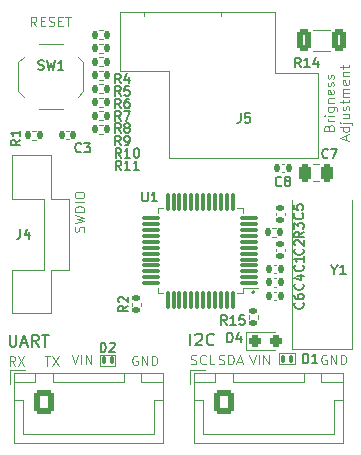
<source format=gto>
G04 #@! TF.GenerationSoftware,KiCad,Pcbnew,(6.0.2-0)*
G04 #@! TF.CreationDate,2022-09-17T18:07:10+02:00*
G04 #@! TF.ProjectId,ER-TFT1_69-1 Adapter,45522d54-4654-4315-9f36-392d31204164,rev?*
G04 #@! TF.SameCoordinates,Original*
G04 #@! TF.FileFunction,Legend,Top*
G04 #@! TF.FilePolarity,Positive*
%FSLAX46Y46*%
G04 Gerber Fmt 4.6, Leading zero omitted, Abs format (unit mm)*
G04 Created by KiCad (PCBNEW (6.0.2-0)) date 2022-09-17 18:07:10*
%MOMM*%
%LPD*%
G01*
G04 APERTURE LIST*
G04 Aperture macros list*
%AMRoundRect*
0 Rectangle with rounded corners*
0 $1 Rounding radius*
0 $2 $3 $4 $5 $6 $7 $8 $9 X,Y pos of 4 corners*
0 Add a 4 corners polygon primitive as box body*
4,1,4,$2,$3,$4,$5,$6,$7,$8,$9,$2,$3,0*
0 Add four circle primitives for the rounded corners*
1,1,$1+$1,$2,$3*
1,1,$1+$1,$4,$5*
1,1,$1+$1,$6,$7*
1,1,$1+$1,$8,$9*
0 Add four rect primitives between the rounded corners*
20,1,$1+$1,$2,$3,$4,$5,0*
20,1,$1+$1,$4,$5,$6,$7,0*
20,1,$1+$1,$6,$7,$8,$9,0*
20,1,$1+$1,$8,$9,$2,$3,0*%
G04 Aperture macros list end*
%ADD10C,0.150000*%
%ADD11C,0.120000*%
%ADD12RoundRect,0.135000X-0.135000X-0.185000X0.135000X-0.185000X0.135000X0.185000X-0.135000X0.185000X0*%
%ADD13RoundRect,0.135000X0.135000X0.185000X-0.135000X0.185000X-0.135000X-0.185000X0.135000X-0.185000X0*%
%ADD14R,2.000000X4.500000*%
%ADD15RoundRect,0.250000X-0.325000X-0.650000X0.325000X-0.650000X0.325000X0.650000X-0.325000X0.650000X0*%
%ADD16R,0.350000X2.000000*%
%ADD17RoundRect,0.135000X-0.185000X0.135000X-0.185000X-0.135000X0.185000X-0.135000X0.185000X0.135000X0*%
%ADD18RoundRect,0.250000X-0.600000X-0.725000X0.600000X-0.725000X0.600000X0.725000X-0.600000X0.725000X0*%
%ADD19O,1.700000X1.950000*%
%ADD20RoundRect,0.140000X-0.140000X-0.170000X0.140000X-0.170000X0.140000X0.170000X-0.140000X0.170000X0*%
%ADD21RoundRect,0.140000X0.140000X0.170000X-0.140000X0.170000X-0.140000X-0.170000X0.140000X-0.170000X0*%
%ADD22RoundRect,0.140000X0.170000X-0.140000X0.170000X0.140000X-0.170000X0.140000X-0.170000X-0.140000X0*%
%ADD23RoundRect,0.100000X0.100000X0.250000X-0.100000X0.250000X-0.100000X-0.250000X0.100000X-0.250000X0*%
%ADD24RoundRect,0.237500X-0.287500X-0.237500X0.287500X-0.237500X0.287500X0.237500X-0.287500X0.237500X0*%
%ADD25RoundRect,0.250000X-0.250000X-0.475000X0.250000X-0.475000X0.250000X0.475000X-0.250000X0.475000X0*%
%ADD26R,3.000000X3.000000*%
%ADD27R,1.800000X0.600000*%
%ADD28R,1.000000X1.700000*%
%ADD29RoundRect,0.075000X0.662500X0.075000X-0.662500X0.075000X-0.662500X-0.075000X0.662500X-0.075000X0*%
%ADD30RoundRect,0.075000X0.075000X0.662500X-0.075000X0.662500X-0.075000X-0.662500X0.075000X-0.662500X0*%
G04 APERTURE END LIST*
D10*
X131111803Y-103850000D02*
G75*
G03*
X131111803Y-103850000I-111803J0D01*
G01*
D11*
X125697619Y-109923809D02*
X125811904Y-109961904D01*
X126002380Y-109961904D01*
X126078571Y-109923809D01*
X126116666Y-109885714D01*
X126154761Y-109809523D01*
X126154761Y-109733333D01*
X126116666Y-109657142D01*
X126078571Y-109619047D01*
X126002380Y-109580952D01*
X125850000Y-109542857D01*
X125773809Y-109504761D01*
X125735714Y-109466666D01*
X125697619Y-109390476D01*
X125697619Y-109314285D01*
X125735714Y-109238095D01*
X125773809Y-109200000D01*
X125850000Y-109161904D01*
X126040476Y-109161904D01*
X126154761Y-109200000D01*
X126954761Y-109885714D02*
X126916666Y-109923809D01*
X126802380Y-109961904D01*
X126726190Y-109961904D01*
X126611904Y-109923809D01*
X126535714Y-109847619D01*
X126497619Y-109771428D01*
X126459523Y-109619047D01*
X126459523Y-109504761D01*
X126497619Y-109352380D01*
X126535714Y-109276190D01*
X126611904Y-109200000D01*
X126726190Y-109161904D01*
X126802380Y-109161904D01*
X126916666Y-109200000D01*
X126954761Y-109238095D01*
X127678571Y-109961904D02*
X127297619Y-109961904D01*
X127297619Y-109161904D01*
D10*
X110354761Y-107452380D02*
X110354761Y-108261904D01*
X110402380Y-108357142D01*
X110450000Y-108404761D01*
X110545238Y-108452380D01*
X110735714Y-108452380D01*
X110830952Y-108404761D01*
X110878571Y-108357142D01*
X110926190Y-108261904D01*
X110926190Y-107452380D01*
X111354761Y-108166666D02*
X111830952Y-108166666D01*
X111259523Y-108452380D02*
X111592857Y-107452380D01*
X111926190Y-108452380D01*
X112830952Y-108452380D02*
X112497619Y-107976190D01*
X112259523Y-108452380D02*
X112259523Y-107452380D01*
X112640476Y-107452380D01*
X112735714Y-107500000D01*
X112783333Y-107547619D01*
X112830952Y-107642857D01*
X112830952Y-107785714D01*
X112783333Y-107880952D01*
X112735714Y-107928571D01*
X112640476Y-107976190D01*
X112259523Y-107976190D01*
X113116666Y-107452380D02*
X113688095Y-107452380D01*
X113402380Y-108452380D02*
X113402380Y-107452380D01*
D11*
X121190476Y-109250000D02*
X121114285Y-109211904D01*
X121000000Y-109211904D01*
X120885714Y-109250000D01*
X120809523Y-109326190D01*
X120771428Y-109402380D01*
X120733333Y-109554761D01*
X120733333Y-109669047D01*
X120771428Y-109821428D01*
X120809523Y-109897619D01*
X120885714Y-109973809D01*
X121000000Y-110011904D01*
X121076190Y-110011904D01*
X121190476Y-109973809D01*
X121228571Y-109935714D01*
X121228571Y-109669047D01*
X121076190Y-109669047D01*
X121571428Y-110011904D02*
X121571428Y-109211904D01*
X122028571Y-110011904D01*
X122028571Y-109211904D01*
X122409523Y-110011904D02*
X122409523Y-109211904D01*
X122600000Y-109211904D01*
X122714285Y-109250000D01*
X122790476Y-109326190D01*
X122828571Y-109402380D01*
X122866666Y-109554761D01*
X122866666Y-109669047D01*
X122828571Y-109821428D01*
X122790476Y-109897619D01*
X122714285Y-109973809D01*
X122600000Y-110011904D01*
X122409523Y-110011904D01*
X128078571Y-109923809D02*
X128192857Y-109961904D01*
X128383333Y-109961904D01*
X128459523Y-109923809D01*
X128497619Y-109885714D01*
X128535714Y-109809523D01*
X128535714Y-109733333D01*
X128497619Y-109657142D01*
X128459523Y-109619047D01*
X128383333Y-109580952D01*
X128230952Y-109542857D01*
X128154761Y-109504761D01*
X128116666Y-109466666D01*
X128078571Y-109390476D01*
X128078571Y-109314285D01*
X128116666Y-109238095D01*
X128154761Y-109200000D01*
X128230952Y-109161904D01*
X128421428Y-109161904D01*
X128535714Y-109200000D01*
X128878571Y-109961904D02*
X128878571Y-109161904D01*
X129069047Y-109161904D01*
X129183333Y-109200000D01*
X129259523Y-109276190D01*
X129297619Y-109352380D01*
X129335714Y-109504761D01*
X129335714Y-109619047D01*
X129297619Y-109771428D01*
X129259523Y-109847619D01*
X129183333Y-109923809D01*
X129069047Y-109961904D01*
X128878571Y-109961904D01*
X129640476Y-109733333D02*
X130021428Y-109733333D01*
X129564285Y-109961904D02*
X129830952Y-109161904D01*
X130097619Y-109961904D01*
X112638095Y-81311904D02*
X112371428Y-80930952D01*
X112180952Y-81311904D02*
X112180952Y-80511904D01*
X112485714Y-80511904D01*
X112561904Y-80550000D01*
X112600000Y-80588095D01*
X112638095Y-80664285D01*
X112638095Y-80778571D01*
X112600000Y-80854761D01*
X112561904Y-80892857D01*
X112485714Y-80930952D01*
X112180952Y-80930952D01*
X112980952Y-80892857D02*
X113247619Y-80892857D01*
X113361904Y-81311904D02*
X112980952Y-81311904D01*
X112980952Y-80511904D01*
X113361904Y-80511904D01*
X113666666Y-81273809D02*
X113780952Y-81311904D01*
X113971428Y-81311904D01*
X114047619Y-81273809D01*
X114085714Y-81235714D01*
X114123809Y-81159523D01*
X114123809Y-81083333D01*
X114085714Y-81007142D01*
X114047619Y-80969047D01*
X113971428Y-80930952D01*
X113819047Y-80892857D01*
X113742857Y-80854761D01*
X113704761Y-80816666D01*
X113666666Y-80740476D01*
X113666666Y-80664285D01*
X113704761Y-80588095D01*
X113742857Y-80550000D01*
X113819047Y-80511904D01*
X114009523Y-80511904D01*
X114123809Y-80550000D01*
X114466666Y-80892857D02*
X114733333Y-80892857D01*
X114847619Y-81311904D02*
X114466666Y-81311904D01*
X114466666Y-80511904D01*
X114847619Y-80511904D01*
X115076190Y-80511904D02*
X115533333Y-80511904D01*
X115304761Y-81311904D02*
X115304761Y-80511904D01*
X130673809Y-109161904D02*
X130940476Y-109961904D01*
X131207142Y-109161904D01*
X131473809Y-109961904D02*
X131473809Y-109161904D01*
X131854761Y-109961904D02*
X131854761Y-109161904D01*
X132311904Y-109961904D01*
X132311904Y-109161904D01*
X115623809Y-109161904D02*
X115890476Y-109961904D01*
X116157142Y-109161904D01*
X116423809Y-109961904D02*
X116423809Y-109161904D01*
X116804761Y-109961904D02*
X116804761Y-109161904D01*
X117261904Y-109961904D01*
X117261904Y-109161904D01*
X137398857Y-89920238D02*
X137436952Y-89805952D01*
X137475047Y-89767857D01*
X137551238Y-89729761D01*
X137665523Y-89729761D01*
X137741714Y-89767857D01*
X137779809Y-89805952D01*
X137817904Y-89882142D01*
X137817904Y-90186904D01*
X137017904Y-90186904D01*
X137017904Y-89920238D01*
X137056000Y-89844047D01*
X137094095Y-89805952D01*
X137170285Y-89767857D01*
X137246476Y-89767857D01*
X137322666Y-89805952D01*
X137360761Y-89844047D01*
X137398857Y-89920238D01*
X137398857Y-90186904D01*
X137817904Y-89386904D02*
X137284571Y-89386904D01*
X137436952Y-89386904D02*
X137360761Y-89348809D01*
X137322666Y-89310714D01*
X137284571Y-89234523D01*
X137284571Y-89158333D01*
X137817904Y-88891666D02*
X137284571Y-88891666D01*
X137017904Y-88891666D02*
X137056000Y-88929761D01*
X137094095Y-88891666D01*
X137056000Y-88853571D01*
X137017904Y-88891666D01*
X137094095Y-88891666D01*
X137284571Y-88167857D02*
X137932190Y-88167857D01*
X138008380Y-88205952D01*
X138046476Y-88244047D01*
X138084571Y-88320238D01*
X138084571Y-88434523D01*
X138046476Y-88510714D01*
X137779809Y-88167857D02*
X137817904Y-88244047D01*
X137817904Y-88396428D01*
X137779809Y-88472619D01*
X137741714Y-88510714D01*
X137665523Y-88548809D01*
X137436952Y-88548809D01*
X137360761Y-88510714D01*
X137322666Y-88472619D01*
X137284571Y-88396428D01*
X137284571Y-88244047D01*
X137322666Y-88167857D01*
X137284571Y-87786904D02*
X137817904Y-87786904D01*
X137360761Y-87786904D02*
X137322666Y-87748809D01*
X137284571Y-87672619D01*
X137284571Y-87558333D01*
X137322666Y-87482142D01*
X137398857Y-87444047D01*
X137817904Y-87444047D01*
X137779809Y-86758333D02*
X137817904Y-86834523D01*
X137817904Y-86986904D01*
X137779809Y-87063095D01*
X137703619Y-87101190D01*
X137398857Y-87101190D01*
X137322666Y-87063095D01*
X137284571Y-86986904D01*
X137284571Y-86834523D01*
X137322666Y-86758333D01*
X137398857Y-86720238D01*
X137475047Y-86720238D01*
X137551238Y-87101190D01*
X137779809Y-86415476D02*
X137817904Y-86339285D01*
X137817904Y-86186904D01*
X137779809Y-86110714D01*
X137703619Y-86072619D01*
X137665523Y-86072619D01*
X137589333Y-86110714D01*
X137551238Y-86186904D01*
X137551238Y-86301190D01*
X137513142Y-86377380D01*
X137436952Y-86415476D01*
X137398857Y-86415476D01*
X137322666Y-86377380D01*
X137284571Y-86301190D01*
X137284571Y-86186904D01*
X137322666Y-86110714D01*
X137779809Y-85767857D02*
X137817904Y-85691666D01*
X137817904Y-85539285D01*
X137779809Y-85463095D01*
X137703619Y-85425000D01*
X137665523Y-85425000D01*
X137589333Y-85463095D01*
X137551238Y-85539285D01*
X137551238Y-85653571D01*
X137513142Y-85729761D01*
X137436952Y-85767857D01*
X137398857Y-85767857D01*
X137322666Y-85729761D01*
X137284571Y-85653571D01*
X137284571Y-85539285D01*
X137322666Y-85463095D01*
X138877333Y-90948809D02*
X138877333Y-90567857D01*
X139105904Y-91025000D02*
X138305904Y-90758333D01*
X139105904Y-90491666D01*
X139105904Y-89882142D02*
X138305904Y-89882142D01*
X139067809Y-89882142D02*
X139105904Y-89958333D01*
X139105904Y-90110714D01*
X139067809Y-90186904D01*
X139029714Y-90225000D01*
X138953523Y-90263095D01*
X138724952Y-90263095D01*
X138648761Y-90225000D01*
X138610666Y-90186904D01*
X138572571Y-90110714D01*
X138572571Y-89958333D01*
X138610666Y-89882142D01*
X138572571Y-89501190D02*
X139258285Y-89501190D01*
X139334476Y-89539285D01*
X139372571Y-89615476D01*
X139372571Y-89653571D01*
X138305904Y-89501190D02*
X138344000Y-89539285D01*
X138382095Y-89501190D01*
X138344000Y-89463095D01*
X138305904Y-89501190D01*
X138382095Y-89501190D01*
X138572571Y-88777380D02*
X139105904Y-88777380D01*
X138572571Y-89120238D02*
X138991619Y-89120238D01*
X139067809Y-89082142D01*
X139105904Y-89005952D01*
X139105904Y-88891666D01*
X139067809Y-88815476D01*
X139029714Y-88777380D01*
X139067809Y-88434523D02*
X139105904Y-88358333D01*
X139105904Y-88205952D01*
X139067809Y-88129761D01*
X138991619Y-88091666D01*
X138953523Y-88091666D01*
X138877333Y-88129761D01*
X138839238Y-88205952D01*
X138839238Y-88320238D01*
X138801142Y-88396428D01*
X138724952Y-88434523D01*
X138686857Y-88434523D01*
X138610666Y-88396428D01*
X138572571Y-88320238D01*
X138572571Y-88205952D01*
X138610666Y-88129761D01*
X138572571Y-87863095D02*
X138572571Y-87558333D01*
X138305904Y-87748809D02*
X138991619Y-87748809D01*
X139067809Y-87710714D01*
X139105904Y-87634523D01*
X139105904Y-87558333D01*
X139105904Y-87291666D02*
X138572571Y-87291666D01*
X138648761Y-87291666D02*
X138610666Y-87253571D01*
X138572571Y-87177380D01*
X138572571Y-87063095D01*
X138610666Y-86986904D01*
X138686857Y-86948809D01*
X139105904Y-86948809D01*
X138686857Y-86948809D02*
X138610666Y-86910714D01*
X138572571Y-86834523D01*
X138572571Y-86720238D01*
X138610666Y-86644047D01*
X138686857Y-86605952D01*
X139105904Y-86605952D01*
X139067809Y-85920238D02*
X139105904Y-85996428D01*
X139105904Y-86148809D01*
X139067809Y-86225000D01*
X138991619Y-86263095D01*
X138686857Y-86263095D01*
X138610666Y-86225000D01*
X138572571Y-86148809D01*
X138572571Y-85996428D01*
X138610666Y-85920238D01*
X138686857Y-85882142D01*
X138763047Y-85882142D01*
X138839238Y-86263095D01*
X138572571Y-85539285D02*
X139105904Y-85539285D01*
X138648761Y-85539285D02*
X138610666Y-85501190D01*
X138572571Y-85425000D01*
X138572571Y-85310714D01*
X138610666Y-85234523D01*
X138686857Y-85196428D01*
X139105904Y-85196428D01*
X138572571Y-84929761D02*
X138572571Y-84625000D01*
X138305904Y-84815476D02*
X138991619Y-84815476D01*
X139067809Y-84777380D01*
X139105904Y-84701190D01*
X139105904Y-84625000D01*
X110816666Y-110061904D02*
X110550000Y-109680952D01*
X110359523Y-110061904D02*
X110359523Y-109261904D01*
X110664285Y-109261904D01*
X110740476Y-109300000D01*
X110778571Y-109338095D01*
X110816666Y-109414285D01*
X110816666Y-109528571D01*
X110778571Y-109604761D01*
X110740476Y-109642857D01*
X110664285Y-109680952D01*
X110359523Y-109680952D01*
X111083333Y-109261904D02*
X111616666Y-110061904D01*
X111616666Y-109261904D02*
X111083333Y-110061904D01*
X113340476Y-109261904D02*
X113797619Y-109261904D01*
X113569047Y-110061904D02*
X113569047Y-109261904D01*
X113988095Y-109261904D02*
X114521428Y-110061904D01*
X114521428Y-109261904D02*
X113988095Y-110061904D01*
X116623809Y-98745238D02*
X116661904Y-98630952D01*
X116661904Y-98440476D01*
X116623809Y-98364285D01*
X116585714Y-98326190D01*
X116509523Y-98288095D01*
X116433333Y-98288095D01*
X116357142Y-98326190D01*
X116319047Y-98364285D01*
X116280952Y-98440476D01*
X116242857Y-98592857D01*
X116204761Y-98669047D01*
X116166666Y-98707142D01*
X116090476Y-98745238D01*
X116014285Y-98745238D01*
X115938095Y-98707142D01*
X115900000Y-98669047D01*
X115861904Y-98592857D01*
X115861904Y-98402380D01*
X115900000Y-98288095D01*
X115861904Y-98021428D02*
X116661904Y-97830952D01*
X116090476Y-97678571D01*
X116661904Y-97526190D01*
X115861904Y-97335714D01*
X116661904Y-97030952D02*
X115861904Y-97030952D01*
X115861904Y-96840476D01*
X115900000Y-96726190D01*
X115976190Y-96650000D01*
X116052380Y-96611904D01*
X116204761Y-96573809D01*
X116319047Y-96573809D01*
X116471428Y-96611904D01*
X116547619Y-96650000D01*
X116623809Y-96726190D01*
X116661904Y-96840476D01*
X116661904Y-97030952D01*
X116661904Y-96230952D02*
X115861904Y-96230952D01*
X115861904Y-95697619D02*
X115861904Y-95545238D01*
X115900000Y-95469047D01*
X115976190Y-95392857D01*
X116128571Y-95354761D01*
X116395238Y-95354761D01*
X116547619Y-95392857D01*
X116623809Y-95469047D01*
X116661904Y-95545238D01*
X116661904Y-95697619D01*
X116623809Y-95773809D01*
X116547619Y-95850000D01*
X116395238Y-95888095D01*
X116128571Y-95888095D01*
X115976190Y-95850000D01*
X115900000Y-95773809D01*
X115861904Y-95697619D01*
X137190476Y-109200000D02*
X137114285Y-109161904D01*
X137000000Y-109161904D01*
X136885714Y-109200000D01*
X136809523Y-109276190D01*
X136771428Y-109352380D01*
X136733333Y-109504761D01*
X136733333Y-109619047D01*
X136771428Y-109771428D01*
X136809523Y-109847619D01*
X136885714Y-109923809D01*
X137000000Y-109961904D01*
X137076190Y-109961904D01*
X137190476Y-109923809D01*
X137228571Y-109885714D01*
X137228571Y-109619047D01*
X137076190Y-109619047D01*
X137571428Y-109961904D02*
X137571428Y-109161904D01*
X138028571Y-109961904D01*
X138028571Y-109161904D01*
X138409523Y-109961904D02*
X138409523Y-109161904D01*
X138600000Y-109161904D01*
X138714285Y-109200000D01*
X138790476Y-109276190D01*
X138828571Y-109352380D01*
X138866666Y-109504761D01*
X138866666Y-109619047D01*
X138828571Y-109771428D01*
X138790476Y-109847619D01*
X138714285Y-109923809D01*
X138600000Y-109961904D01*
X138409523Y-109961904D01*
D10*
X125673809Y-108352380D02*
X125673809Y-107352380D01*
X126102380Y-107447619D02*
X126150000Y-107400000D01*
X126245238Y-107352380D01*
X126483333Y-107352380D01*
X126578571Y-107400000D01*
X126626190Y-107447619D01*
X126673809Y-107542857D01*
X126673809Y-107638095D01*
X126626190Y-107780952D01*
X126054761Y-108352380D01*
X126673809Y-108352380D01*
X127673809Y-108257142D02*
X127626190Y-108304761D01*
X127483333Y-108352380D01*
X127388095Y-108352380D01*
X127245238Y-108304761D01*
X127150000Y-108209523D01*
X127102380Y-108114285D01*
X127054761Y-107923809D01*
X127054761Y-107780952D01*
X127102380Y-107590476D01*
X127150000Y-107495238D01*
X127245238Y-107400000D01*
X127388095Y-107352380D01*
X127483333Y-107352380D01*
X127626190Y-107400000D01*
X127673809Y-107447619D01*
X119777073Y-88261904D02*
X119510407Y-87880952D01*
X119319930Y-88261904D02*
X119319930Y-87461904D01*
X119624692Y-87461904D01*
X119700883Y-87500000D01*
X119738978Y-87538095D01*
X119777073Y-87614285D01*
X119777073Y-87728571D01*
X119738978Y-87804761D01*
X119700883Y-87842857D01*
X119624692Y-87880952D01*
X119319930Y-87880952D01*
X120462787Y-87461904D02*
X120310407Y-87461904D01*
X120234216Y-87500000D01*
X120196121Y-87538095D01*
X120119930Y-87652380D01*
X120081835Y-87804761D01*
X120081835Y-88109523D01*
X120119930Y-88185714D01*
X120158026Y-88223809D01*
X120234216Y-88261904D01*
X120386597Y-88261904D01*
X120462787Y-88223809D01*
X120500883Y-88185714D01*
X120538978Y-88109523D01*
X120538978Y-87919047D01*
X120500883Y-87842857D01*
X120462787Y-87804761D01*
X120386597Y-87766666D01*
X120234216Y-87766666D01*
X120158026Y-87804761D01*
X120119930Y-87842857D01*
X120081835Y-87919047D01*
X119777073Y-90361904D02*
X119510407Y-89980952D01*
X119319930Y-90361904D02*
X119319930Y-89561904D01*
X119624692Y-89561904D01*
X119700883Y-89600000D01*
X119738978Y-89638095D01*
X119777073Y-89714285D01*
X119777073Y-89828571D01*
X119738978Y-89904761D01*
X119700883Y-89942857D01*
X119624692Y-89980952D01*
X119319930Y-89980952D01*
X120234216Y-89904761D02*
X120158026Y-89866666D01*
X120119930Y-89828571D01*
X120081835Y-89752380D01*
X120081835Y-89714285D01*
X120119930Y-89638095D01*
X120158026Y-89600000D01*
X120234216Y-89561904D01*
X120386597Y-89561904D01*
X120462787Y-89600000D01*
X120500883Y-89638095D01*
X120538978Y-89714285D01*
X120538978Y-89752380D01*
X120500883Y-89828571D01*
X120462787Y-89866666D01*
X120386597Y-89904761D01*
X120234216Y-89904761D01*
X120158026Y-89942857D01*
X120119930Y-89980952D01*
X120081835Y-90057142D01*
X120081835Y-90209523D01*
X120119930Y-90285714D01*
X120158026Y-90323809D01*
X120234216Y-90361904D01*
X120386597Y-90361904D01*
X120462787Y-90323809D01*
X120500883Y-90285714D01*
X120538978Y-90209523D01*
X120538978Y-90057142D01*
X120500883Y-89980952D01*
X120462787Y-89942857D01*
X120386597Y-89904761D01*
X135261904Y-98733333D02*
X134880952Y-99000000D01*
X135261904Y-99190476D02*
X134461904Y-99190476D01*
X134461904Y-98885714D01*
X134500000Y-98809523D01*
X134538095Y-98771428D01*
X134614285Y-98733333D01*
X134728571Y-98733333D01*
X134804761Y-98771428D01*
X134842857Y-98809523D01*
X134880952Y-98885714D01*
X134880952Y-99190476D01*
X134461904Y-98466666D02*
X134461904Y-97971428D01*
X134766666Y-98238095D01*
X134766666Y-98123809D01*
X134804761Y-98047619D01*
X134842857Y-98009523D01*
X134919047Y-97971428D01*
X135109523Y-97971428D01*
X135185714Y-98009523D01*
X135223809Y-98047619D01*
X135261904Y-98123809D01*
X135261904Y-98352380D01*
X135223809Y-98428571D01*
X135185714Y-98466666D01*
X137869047Y-101942553D02*
X137869047Y-102323505D01*
X137602380Y-101523505D02*
X137869047Y-101942553D01*
X138135714Y-101523505D01*
X138821428Y-102323505D02*
X138364285Y-102323505D01*
X138592857Y-102323505D02*
X138592857Y-101523505D01*
X138516666Y-101637791D01*
X138440476Y-101713981D01*
X138364285Y-101752077D01*
X119777073Y-86161904D02*
X119510407Y-85780952D01*
X119319930Y-86161904D02*
X119319930Y-85361904D01*
X119624692Y-85361904D01*
X119700883Y-85400000D01*
X119738978Y-85438095D01*
X119777073Y-85514285D01*
X119777073Y-85628571D01*
X119738978Y-85704761D01*
X119700883Y-85742857D01*
X119624692Y-85780952D01*
X119319930Y-85780952D01*
X120462787Y-85628571D02*
X120462787Y-86161904D01*
X120272311Y-85323809D02*
X120081835Y-85895238D01*
X120577073Y-85895238D01*
X135010714Y-84786904D02*
X134744047Y-84405952D01*
X134553571Y-84786904D02*
X134553571Y-83986904D01*
X134858333Y-83986904D01*
X134934523Y-84025000D01*
X134972619Y-84063095D01*
X135010714Y-84139285D01*
X135010714Y-84253571D01*
X134972619Y-84329761D01*
X134934523Y-84367857D01*
X134858333Y-84405952D01*
X134553571Y-84405952D01*
X135772619Y-84786904D02*
X135315476Y-84786904D01*
X135544047Y-84786904D02*
X135544047Y-83986904D01*
X135467857Y-84101190D01*
X135391666Y-84177380D01*
X135315476Y-84215476D01*
X136458333Y-84253571D02*
X136458333Y-84786904D01*
X136267857Y-83948809D02*
X136077380Y-84520238D01*
X136572619Y-84520238D01*
X129933333Y-88711904D02*
X129933333Y-89283333D01*
X129895238Y-89397619D01*
X129819047Y-89473809D01*
X129704761Y-89511904D01*
X129628571Y-89511904D01*
X130695238Y-88711904D02*
X130314285Y-88711904D01*
X130276190Y-89092857D01*
X130314285Y-89054761D01*
X130390476Y-89016666D01*
X130580952Y-89016666D01*
X130657142Y-89054761D01*
X130695238Y-89092857D01*
X130733333Y-89169047D01*
X130733333Y-89359523D01*
X130695238Y-89435714D01*
X130657142Y-89473809D01*
X130580952Y-89511904D01*
X130390476Y-89511904D01*
X130314285Y-89473809D01*
X130276190Y-89435714D01*
X128735714Y-106611904D02*
X128469047Y-106230952D01*
X128278571Y-106611904D02*
X128278571Y-105811904D01*
X128583333Y-105811904D01*
X128659523Y-105850000D01*
X128697619Y-105888095D01*
X128735714Y-105964285D01*
X128735714Y-106078571D01*
X128697619Y-106154761D01*
X128659523Y-106192857D01*
X128583333Y-106230952D01*
X128278571Y-106230952D01*
X129497619Y-106611904D02*
X129040476Y-106611904D01*
X129269047Y-106611904D02*
X129269047Y-105811904D01*
X129192857Y-105926190D01*
X129116666Y-106002380D01*
X129040476Y-106040476D01*
X130221428Y-105811904D02*
X129840476Y-105811904D01*
X129802380Y-106192857D01*
X129840476Y-106154761D01*
X129916666Y-106116666D01*
X130107142Y-106116666D01*
X130183333Y-106154761D01*
X130221428Y-106192857D01*
X130259523Y-106269047D01*
X130259523Y-106459523D01*
X130221428Y-106535714D01*
X130183333Y-106573809D01*
X130107142Y-106611904D01*
X129916666Y-106611904D01*
X129840476Y-106573809D01*
X129802380Y-106535714D01*
X119777073Y-89311904D02*
X119510407Y-88930952D01*
X119319930Y-89311904D02*
X119319930Y-88511904D01*
X119624692Y-88511904D01*
X119700883Y-88550000D01*
X119738978Y-88588095D01*
X119777073Y-88664285D01*
X119777073Y-88778571D01*
X119738978Y-88854761D01*
X119700883Y-88892857D01*
X119624692Y-88930952D01*
X119319930Y-88930952D01*
X120043740Y-88511904D02*
X120577073Y-88511904D01*
X120234216Y-89311904D01*
X135185714Y-104733333D02*
X135223809Y-104771428D01*
X135261904Y-104885714D01*
X135261904Y-104961904D01*
X135223809Y-105076190D01*
X135147619Y-105152380D01*
X135071428Y-105190476D01*
X134919047Y-105228571D01*
X134804761Y-105228571D01*
X134652380Y-105190476D01*
X134576190Y-105152380D01*
X134500000Y-105076190D01*
X134461904Y-104961904D01*
X134461904Y-104885714D01*
X134500000Y-104771428D01*
X134538095Y-104733333D01*
X134461904Y-104047619D02*
X134461904Y-104200000D01*
X134500000Y-104276190D01*
X134538095Y-104314285D01*
X134652380Y-104390476D01*
X134804761Y-104428571D01*
X135109523Y-104428571D01*
X135185714Y-104390476D01*
X135223809Y-104352380D01*
X135261904Y-104276190D01*
X135261904Y-104123809D01*
X135223809Y-104047619D01*
X135185714Y-104009523D01*
X135109523Y-103971428D01*
X134919047Y-103971428D01*
X134842857Y-104009523D01*
X134804761Y-104047619D01*
X134766666Y-104123809D01*
X134766666Y-104276190D01*
X134804761Y-104352380D01*
X134842857Y-104390476D01*
X134919047Y-104428571D01*
X111261904Y-90933333D02*
X110880952Y-91200000D01*
X111261904Y-91390476D02*
X110461904Y-91390476D01*
X110461904Y-91085714D01*
X110500000Y-91009523D01*
X110538095Y-90971428D01*
X110614285Y-90933333D01*
X110728571Y-90933333D01*
X110804761Y-90971428D01*
X110842857Y-91009523D01*
X110880952Y-91085714D01*
X110880952Y-91390476D01*
X111261904Y-90171428D02*
X111261904Y-90628571D01*
X111261904Y-90400000D02*
X110461904Y-90400000D01*
X110576190Y-90476190D01*
X110652380Y-90552380D01*
X110690476Y-90628571D01*
X116416666Y-91935714D02*
X116378571Y-91973809D01*
X116264285Y-92011904D01*
X116188095Y-92011904D01*
X116073809Y-91973809D01*
X115997619Y-91897619D01*
X115959523Y-91821428D01*
X115921428Y-91669047D01*
X115921428Y-91554761D01*
X115959523Y-91402380D01*
X115997619Y-91326190D01*
X116073809Y-91250000D01*
X116188095Y-91211904D01*
X116264285Y-91211904D01*
X116378571Y-91250000D01*
X116416666Y-91288095D01*
X116683333Y-91211904D02*
X117178571Y-91211904D01*
X116911904Y-91516666D01*
X117026190Y-91516666D01*
X117102380Y-91554761D01*
X117140476Y-91592857D01*
X117178571Y-91669047D01*
X117178571Y-91859523D01*
X117140476Y-91935714D01*
X117102380Y-91973809D01*
X117026190Y-92011904D01*
X116797619Y-92011904D01*
X116721428Y-91973809D01*
X116683333Y-91935714D01*
X119777073Y-87211904D02*
X119510407Y-86830952D01*
X119319930Y-87211904D02*
X119319930Y-86411904D01*
X119624692Y-86411904D01*
X119700883Y-86450000D01*
X119738978Y-86488095D01*
X119777073Y-86564285D01*
X119777073Y-86678571D01*
X119738978Y-86754761D01*
X119700883Y-86792857D01*
X119624692Y-86830952D01*
X119319930Y-86830952D01*
X120500883Y-86411904D02*
X120119930Y-86411904D01*
X120081835Y-86792857D01*
X120119930Y-86754761D01*
X120196121Y-86716666D01*
X120386597Y-86716666D01*
X120462787Y-86754761D01*
X120500883Y-86792857D01*
X120538978Y-86869047D01*
X120538978Y-87059523D01*
X120500883Y-87135714D01*
X120462787Y-87173809D01*
X120386597Y-87211904D01*
X120196121Y-87211904D01*
X120119930Y-87173809D01*
X120081835Y-87135714D01*
X135185714Y-100183333D02*
X135223809Y-100221428D01*
X135261904Y-100335714D01*
X135261904Y-100411904D01*
X135223809Y-100526190D01*
X135147619Y-100602380D01*
X135071428Y-100640476D01*
X134919047Y-100678571D01*
X134804761Y-100678571D01*
X134652380Y-100640476D01*
X134576190Y-100602380D01*
X134500000Y-100526190D01*
X134461904Y-100411904D01*
X134461904Y-100335714D01*
X134500000Y-100221428D01*
X134538095Y-100183333D01*
X134538095Y-99878571D02*
X134500000Y-99840476D01*
X134461904Y-99764285D01*
X134461904Y-99573809D01*
X134500000Y-99497619D01*
X134538095Y-99459523D01*
X134614285Y-99421428D01*
X134690476Y-99421428D01*
X134804761Y-99459523D01*
X135261904Y-99916666D01*
X135261904Y-99421428D01*
X118059523Y-108911904D02*
X118059523Y-108111904D01*
X118250000Y-108111904D01*
X118364285Y-108150000D01*
X118440476Y-108226190D01*
X118478571Y-108302380D01*
X118516666Y-108454761D01*
X118516666Y-108569047D01*
X118478571Y-108721428D01*
X118440476Y-108797619D01*
X118364285Y-108873809D01*
X118250000Y-108911904D01*
X118059523Y-108911904D01*
X118821428Y-108188095D02*
X118859523Y-108150000D01*
X118935714Y-108111904D01*
X119126190Y-108111904D01*
X119202380Y-108150000D01*
X119240476Y-108188095D01*
X119278571Y-108264285D01*
X119278571Y-108340476D01*
X119240476Y-108454761D01*
X118783333Y-108911904D01*
X119278571Y-108911904D01*
X128809523Y-108061904D02*
X128809523Y-107261904D01*
X129000000Y-107261904D01*
X129114285Y-107300000D01*
X129190476Y-107376190D01*
X129228571Y-107452380D01*
X129266666Y-107604761D01*
X129266666Y-107719047D01*
X129228571Y-107871428D01*
X129190476Y-107947619D01*
X129114285Y-108023809D01*
X129000000Y-108061904D01*
X128809523Y-108061904D01*
X129952380Y-107528571D02*
X129952380Y-108061904D01*
X129761904Y-107223809D02*
X129571428Y-107795238D01*
X130066666Y-107795238D01*
X135209523Y-109861904D02*
X135209523Y-109061904D01*
X135400000Y-109061904D01*
X135514285Y-109100000D01*
X135590476Y-109176190D01*
X135628571Y-109252380D01*
X135666666Y-109404761D01*
X135666666Y-109519047D01*
X135628571Y-109671428D01*
X135590476Y-109747619D01*
X135514285Y-109823809D01*
X135400000Y-109861904D01*
X135209523Y-109861904D01*
X136428571Y-109861904D02*
X135971428Y-109861904D01*
X136200000Y-109861904D02*
X136200000Y-109061904D01*
X136123809Y-109176190D01*
X136047619Y-109252380D01*
X135971428Y-109290476D01*
X137316666Y-92435714D02*
X137278571Y-92473809D01*
X137164285Y-92511904D01*
X137088095Y-92511904D01*
X136973809Y-92473809D01*
X136897619Y-92397619D01*
X136859523Y-92321428D01*
X136821428Y-92169047D01*
X136821428Y-92054761D01*
X136859523Y-91902380D01*
X136897619Y-91826190D01*
X136973809Y-91750000D01*
X137088095Y-91711904D01*
X137164285Y-91711904D01*
X137278571Y-91750000D01*
X137316666Y-91788095D01*
X137583333Y-91711904D02*
X138116666Y-91711904D01*
X137773809Y-92511904D01*
X135185714Y-103133333D02*
X135223809Y-103171428D01*
X135261904Y-103285714D01*
X135261904Y-103361904D01*
X135223809Y-103476190D01*
X135147619Y-103552380D01*
X135071428Y-103590476D01*
X134919047Y-103628571D01*
X134804761Y-103628571D01*
X134652380Y-103590476D01*
X134576190Y-103552380D01*
X134500000Y-103476190D01*
X134461904Y-103361904D01*
X134461904Y-103285714D01*
X134500000Y-103171428D01*
X134538095Y-103133333D01*
X134728571Y-102447619D02*
X135261904Y-102447619D01*
X134423809Y-102638095D02*
X134995238Y-102828571D01*
X134995238Y-102333333D01*
X111283333Y-98511904D02*
X111283333Y-99083333D01*
X111245238Y-99197619D01*
X111169047Y-99273809D01*
X111054761Y-99311904D01*
X110978571Y-99311904D01*
X112007142Y-98778571D02*
X112007142Y-99311904D01*
X111816666Y-98473809D02*
X111626190Y-99045238D01*
X112121428Y-99045238D01*
X112783333Y-84973809D02*
X112897619Y-85011904D01*
X113088095Y-85011904D01*
X113164285Y-84973809D01*
X113202380Y-84935714D01*
X113240476Y-84859523D01*
X113240476Y-84783333D01*
X113202380Y-84707142D01*
X113164285Y-84669047D01*
X113088095Y-84630952D01*
X112935714Y-84592857D01*
X112859523Y-84554761D01*
X112821428Y-84516666D01*
X112783333Y-84440476D01*
X112783333Y-84364285D01*
X112821428Y-84288095D01*
X112859523Y-84250000D01*
X112935714Y-84211904D01*
X113126190Y-84211904D01*
X113240476Y-84250000D01*
X113507142Y-84211904D02*
X113697619Y-85011904D01*
X113850000Y-84440476D01*
X114002380Y-85011904D01*
X114192857Y-84211904D01*
X114916666Y-85011904D02*
X114459523Y-85011904D01*
X114688095Y-85011904D02*
X114688095Y-84211904D01*
X114611904Y-84326190D01*
X114535714Y-84402380D01*
X114459523Y-84440476D01*
X133374259Y-94782315D02*
X133336164Y-94820410D01*
X133221878Y-94858505D01*
X133145688Y-94858505D01*
X133031402Y-94820410D01*
X132955212Y-94744220D01*
X132917116Y-94668029D01*
X132879021Y-94515648D01*
X132879021Y-94401362D01*
X132917116Y-94248981D01*
X132955212Y-94172791D01*
X133031402Y-94096601D01*
X133145688Y-94058505D01*
X133221878Y-94058505D01*
X133336164Y-94096601D01*
X133374259Y-94134696D01*
X133831402Y-94401362D02*
X133755212Y-94363267D01*
X133717116Y-94325172D01*
X133679021Y-94248981D01*
X133679021Y-94210886D01*
X133717116Y-94134696D01*
X133755212Y-94096601D01*
X133831402Y-94058505D01*
X133983783Y-94058505D01*
X134059973Y-94096601D01*
X134098069Y-94134696D01*
X134136164Y-94210886D01*
X134136164Y-94248981D01*
X134098069Y-94325172D01*
X134059973Y-94363267D01*
X133983783Y-94401362D01*
X133831402Y-94401362D01*
X133755212Y-94439458D01*
X133717116Y-94477553D01*
X133679021Y-94553743D01*
X133679021Y-94706124D01*
X133717116Y-94782315D01*
X133755212Y-94820410D01*
X133831402Y-94858505D01*
X133983783Y-94858505D01*
X134059973Y-94820410D01*
X134098069Y-94782315D01*
X134136164Y-94706124D01*
X134136164Y-94553743D01*
X134098069Y-94477553D01*
X134059973Y-94439458D01*
X133983783Y-94401362D01*
X120361904Y-104983333D02*
X119980952Y-105250000D01*
X120361904Y-105440476D02*
X119561904Y-105440476D01*
X119561904Y-105135714D01*
X119600000Y-105059523D01*
X119638095Y-105021428D01*
X119714285Y-104983333D01*
X119828571Y-104983333D01*
X119904761Y-105021428D01*
X119942857Y-105059523D01*
X119980952Y-105135714D01*
X119980952Y-105440476D01*
X119638095Y-104678571D02*
X119600000Y-104640476D01*
X119561904Y-104564285D01*
X119561904Y-104373809D01*
X119600000Y-104297619D01*
X119638095Y-104259523D01*
X119714285Y-104221428D01*
X119790476Y-104221428D01*
X119904761Y-104259523D01*
X120361904Y-104716666D01*
X120361904Y-104221428D01*
X135135714Y-97183333D02*
X135173809Y-97221428D01*
X135211904Y-97335714D01*
X135211904Y-97411904D01*
X135173809Y-97526190D01*
X135097619Y-97602380D01*
X135021428Y-97640476D01*
X134869047Y-97678571D01*
X134754761Y-97678571D01*
X134602380Y-97640476D01*
X134526190Y-97602380D01*
X134450000Y-97526190D01*
X134411904Y-97411904D01*
X134411904Y-97335714D01*
X134450000Y-97221428D01*
X134488095Y-97183333D01*
X134411904Y-96459523D02*
X134411904Y-96840476D01*
X134792857Y-96878571D01*
X134754761Y-96840476D01*
X134716666Y-96764285D01*
X134716666Y-96573809D01*
X134754761Y-96497619D01*
X134792857Y-96459523D01*
X134869047Y-96421428D01*
X135059523Y-96421428D01*
X135135714Y-96459523D01*
X135173809Y-96497619D01*
X135211904Y-96573809D01*
X135211904Y-96764285D01*
X135173809Y-96840476D01*
X135135714Y-96878571D01*
X119796121Y-93511904D02*
X119529454Y-93130952D01*
X119338978Y-93511904D02*
X119338978Y-92711904D01*
X119643740Y-92711904D01*
X119719930Y-92750000D01*
X119758026Y-92788095D01*
X119796121Y-92864285D01*
X119796121Y-92978571D01*
X119758026Y-93054761D01*
X119719930Y-93092857D01*
X119643740Y-93130952D01*
X119338978Y-93130952D01*
X120558026Y-93511904D02*
X120100883Y-93511904D01*
X120329454Y-93511904D02*
X120329454Y-92711904D01*
X120253264Y-92826190D01*
X120177073Y-92902380D01*
X120100883Y-92940476D01*
X121319930Y-93511904D02*
X120862787Y-93511904D01*
X121091359Y-93511904D02*
X121091359Y-92711904D01*
X121015168Y-92826190D01*
X120938978Y-92902380D01*
X120862787Y-92940476D01*
X119777073Y-91411904D02*
X119510407Y-91030952D01*
X119319930Y-91411904D02*
X119319930Y-90611904D01*
X119624692Y-90611904D01*
X119700883Y-90650000D01*
X119738978Y-90688095D01*
X119777073Y-90764285D01*
X119777073Y-90878571D01*
X119738978Y-90954761D01*
X119700883Y-90992857D01*
X119624692Y-91030952D01*
X119319930Y-91030952D01*
X120158026Y-91411904D02*
X120310407Y-91411904D01*
X120386597Y-91373809D01*
X120424692Y-91335714D01*
X120500883Y-91221428D01*
X120538978Y-91069047D01*
X120538978Y-90764285D01*
X120500883Y-90688095D01*
X120462787Y-90650000D01*
X120386597Y-90611904D01*
X120234216Y-90611904D01*
X120158026Y-90650000D01*
X120119930Y-90688095D01*
X120081835Y-90764285D01*
X120081835Y-90954761D01*
X120119930Y-91030952D01*
X120158026Y-91069047D01*
X120234216Y-91107142D01*
X120386597Y-91107142D01*
X120462787Y-91069047D01*
X120500883Y-91030952D01*
X120538978Y-90954761D01*
X135185714Y-101583333D02*
X135223809Y-101621428D01*
X135261904Y-101735714D01*
X135261904Y-101811904D01*
X135223809Y-101926190D01*
X135147619Y-102002380D01*
X135071428Y-102040476D01*
X134919047Y-102078571D01*
X134804761Y-102078571D01*
X134652380Y-102040476D01*
X134576190Y-102002380D01*
X134500000Y-101926190D01*
X134461904Y-101811904D01*
X134461904Y-101735714D01*
X134500000Y-101621428D01*
X134538095Y-101583333D01*
X135261904Y-100821428D02*
X135261904Y-101278571D01*
X135261904Y-101050000D02*
X134461904Y-101050000D01*
X134576190Y-101126190D01*
X134652380Y-101202380D01*
X134690476Y-101278571D01*
X119796121Y-92461904D02*
X119529454Y-92080952D01*
X119338978Y-92461904D02*
X119338978Y-91661904D01*
X119643740Y-91661904D01*
X119719930Y-91700000D01*
X119758026Y-91738095D01*
X119796121Y-91814285D01*
X119796121Y-91928571D01*
X119758026Y-92004761D01*
X119719930Y-92042857D01*
X119643740Y-92080952D01*
X119338978Y-92080952D01*
X120558026Y-92461904D02*
X120100883Y-92461904D01*
X120329454Y-92461904D02*
X120329454Y-91661904D01*
X120253264Y-91776190D01*
X120177073Y-91852380D01*
X120100883Y-91890476D01*
X121053264Y-91661904D02*
X121129454Y-91661904D01*
X121205645Y-91700000D01*
X121243740Y-91738095D01*
X121281835Y-91814285D01*
X121319930Y-91966666D01*
X121319930Y-92157142D01*
X121281835Y-92309523D01*
X121243740Y-92385714D01*
X121205645Y-92423809D01*
X121129454Y-92461904D01*
X121053264Y-92461904D01*
X120977073Y-92423809D01*
X120938978Y-92385714D01*
X120900883Y-92309523D01*
X120862787Y-92157142D01*
X120862787Y-91966666D01*
X120900883Y-91814285D01*
X120938978Y-91738095D01*
X120977073Y-91700000D01*
X121053264Y-91661904D01*
X121590476Y-95361904D02*
X121590476Y-96009523D01*
X121628571Y-96085714D01*
X121666666Y-96123809D01*
X121742857Y-96161904D01*
X121895238Y-96161904D01*
X121971428Y-96123809D01*
X122009523Y-96085714D01*
X122047619Y-96009523D01*
X122047619Y-95361904D01*
X122847619Y-96161904D02*
X122390476Y-96161904D01*
X122619047Y-96161904D02*
X122619047Y-95361904D01*
X122542857Y-95476190D01*
X122466666Y-95552380D01*
X122390476Y-95590476D01*
D11*
X117971359Y-83951601D02*
X118278641Y-83951601D01*
X117971359Y-84711601D02*
X118278641Y-84711601D01*
X117971359Y-86997601D02*
X118278641Y-86997601D01*
X117971359Y-86237601D02*
X118278641Y-86237601D01*
X132928234Y-99136401D02*
X132620952Y-99136401D01*
X132928234Y-98376401D02*
X132620952Y-98376401D01*
X134232593Y-108661601D02*
X139332593Y-108661601D01*
X139332593Y-108661601D02*
X139332593Y-96061601D01*
X134232593Y-96061601D02*
X134232593Y-108661601D01*
X117971359Y-81665601D02*
X118278641Y-81665601D01*
X117971359Y-82425601D02*
X118278641Y-82425601D01*
X136088748Y-81615000D02*
X137511252Y-81615000D01*
X136088748Y-83435000D02*
X137511252Y-83435000D01*
X136456200Y-85312600D02*
X132856200Y-85312600D01*
X121774200Y-80105600D02*
X121774200Y-80486600D01*
X132856200Y-85312600D02*
X132856200Y-80105600D01*
X123856200Y-92461600D02*
X123856200Y-85101600D01*
X136456200Y-92461600D02*
X136456200Y-85312600D01*
X128251200Y-80105600D02*
X128251200Y-80486600D01*
X119742200Y-80105600D02*
X132856200Y-80105600D01*
X123856200Y-92461600D02*
X136456200Y-92461600D01*
X119742200Y-85101600D02*
X119742200Y-80105600D01*
X123856200Y-85101600D02*
X119756200Y-85101600D01*
X130607593Y-105767960D02*
X130607593Y-106075242D01*
X131367593Y-105767960D02*
X131367593Y-106075242D01*
X123327593Y-110683601D02*
X110707593Y-110683601D01*
X111667593Y-110393601D02*
X110417593Y-110393601D01*
X114017593Y-111443601D02*
X120017593Y-111443601D01*
X110717593Y-111443601D02*
X112517593Y-111443601D01*
X121517593Y-111443601D02*
X123317593Y-111443601D01*
X110707593Y-116653601D02*
X123327593Y-116653601D01*
X122567593Y-112943601D02*
X122567593Y-115893601D01*
X112517593Y-110693601D02*
X110717593Y-110693601D01*
X111467593Y-115893601D02*
X117017593Y-115893601D01*
X123317593Y-111443601D02*
X123317593Y-110693601D01*
X123317593Y-112943601D02*
X122567593Y-112943601D01*
X121517593Y-110693601D02*
X121517593Y-111443601D01*
X110707593Y-110683601D02*
X110707593Y-116653601D01*
X114017593Y-110693601D02*
X114017593Y-111443601D01*
X110717593Y-112943601D02*
X111467593Y-112943601D01*
X112517593Y-111443601D02*
X112517593Y-110693601D01*
X110717593Y-110693601D02*
X110717593Y-111443601D01*
X122567593Y-115893601D02*
X117017593Y-115893601D01*
X110417593Y-110393601D02*
X110417593Y-111643601D01*
X111467593Y-112943601D02*
X111467593Y-115893601D01*
X120017593Y-111443601D02*
X120017593Y-110693601D01*
X123327593Y-116653601D02*
X123327593Y-110683601D01*
X123317593Y-110693601D02*
X121517593Y-110693601D01*
X120017593Y-110693601D02*
X114017593Y-110693601D01*
X117971359Y-85854601D02*
X118278641Y-85854601D01*
X117971359Y-85094601D02*
X118278641Y-85094601D01*
X132717557Y-103801601D02*
X132933229Y-103801601D01*
X132717557Y-104521601D02*
X132933229Y-104521601D01*
X112291952Y-90934601D02*
X112599234Y-90934601D01*
X112291952Y-90174601D02*
X112599234Y-90174601D01*
X115372829Y-90914601D02*
X115157157Y-90914601D01*
X115372829Y-90194601D02*
X115157157Y-90194601D01*
X117971359Y-83568601D02*
X118278641Y-83568601D01*
X117971359Y-82808601D02*
X118278641Y-82808601D01*
X129257593Y-110693601D02*
X129257593Y-111443601D01*
X125957593Y-112943601D02*
X126707593Y-112943601D01*
X137807593Y-115893601D02*
X132257593Y-115893601D01*
X138567593Y-116653601D02*
X138567593Y-110683601D01*
X125947593Y-116653601D02*
X138567593Y-116653601D01*
X125957593Y-111443601D02*
X127757593Y-111443601D01*
X138567593Y-110683601D02*
X125947593Y-110683601D01*
X138557593Y-112943601D02*
X137807593Y-112943601D01*
X126707593Y-115893601D02*
X132257593Y-115893601D01*
X135257593Y-110693601D02*
X129257593Y-110693601D01*
X138557593Y-111443601D02*
X138557593Y-110693601D01*
X126907593Y-110393601D02*
X125657593Y-110393601D01*
X127757593Y-111443601D02*
X127757593Y-110693601D01*
X136757593Y-110693601D02*
X136757593Y-111443601D01*
X127757593Y-110693601D02*
X125957593Y-110693601D01*
X125947593Y-110683601D02*
X125947593Y-116653601D01*
X138557593Y-110693601D02*
X136757593Y-110693601D01*
X125957593Y-110693601D02*
X125957593Y-111443601D01*
X136757593Y-111443601D02*
X138557593Y-111443601D01*
X137807593Y-112943601D02*
X137807593Y-115893601D01*
X135257593Y-111443601D02*
X135257593Y-110693601D01*
X125657593Y-110393601D02*
X125657593Y-111643601D01*
X129257593Y-111443601D02*
X135257593Y-111443601D01*
X126707593Y-112943601D02*
X126707593Y-115893601D01*
X132922593Y-100388237D02*
X132922593Y-100172565D01*
X133642593Y-100388237D02*
X133642593Y-100172565D01*
X119318593Y-110054601D02*
X118018593Y-110054601D01*
X118018593Y-110054601D02*
X118018593Y-109154601D01*
X118018593Y-109154601D02*
X119318593Y-109154601D01*
X119318593Y-109154601D02*
X119318593Y-110054601D01*
X130355193Y-107241601D02*
X130355193Y-108711601D01*
X130355193Y-108711601D02*
X132815193Y-108711601D01*
X132815193Y-107241601D02*
X130355193Y-107241601D01*
X134507593Y-109936601D02*
X133207593Y-109936601D01*
X133207593Y-109936601D02*
X133207593Y-109036601D01*
X133207593Y-109036601D02*
X134507593Y-109036601D01*
X134507593Y-109036601D02*
X134507593Y-109936601D01*
X136060341Y-92994601D02*
X136582845Y-92994601D01*
X136060341Y-94464601D02*
X136582845Y-94464601D01*
X132717557Y-102658601D02*
X132933229Y-102658601D01*
X132717557Y-103378601D02*
X132933229Y-103378601D01*
X113248593Y-101936601D02*
X110538593Y-101936601D01*
X110538593Y-95936601D02*
X110538593Y-92226601D01*
X113898593Y-105646601D02*
X113898593Y-101936601D01*
X113898593Y-95936601D02*
X115408593Y-95936601D01*
X110538593Y-105646601D02*
X113898593Y-105646601D01*
X113898593Y-101936601D02*
X115408593Y-101936601D01*
X113248593Y-95936601D02*
X110538593Y-95936601D01*
X113898593Y-92226601D02*
X113898593Y-95936601D01*
X115408593Y-95936601D02*
X115408593Y-101936601D01*
X110538593Y-92226601D02*
X113898593Y-92226601D01*
X110538593Y-101936601D02*
X110538593Y-105646601D01*
X113248593Y-95936601D02*
X113248593Y-101936601D01*
X116142593Y-87301601D02*
X116592593Y-86851601D01*
X111092593Y-84351601D02*
X111092593Y-86851601D01*
X116592593Y-84351601D02*
X116592593Y-86851601D01*
X114842593Y-88351601D02*
X112842593Y-88351601D01*
X116142593Y-83901601D02*
X116592593Y-84351601D01*
X111542593Y-87301601D02*
X111092593Y-86851601D01*
X114842593Y-82851601D02*
X112842593Y-82851601D01*
X111542593Y-83901601D02*
X111092593Y-84351601D01*
X133615429Y-93696601D02*
X133399757Y-93696601D01*
X133615429Y-92976601D02*
X133399757Y-92976601D01*
X120701593Y-104722660D02*
X120701593Y-105029942D01*
X121461593Y-104722660D02*
X121461593Y-105029942D01*
X133642593Y-97340237D02*
X133642593Y-97124565D01*
X132922593Y-97340237D02*
X132922593Y-97124565D01*
X117971359Y-90426601D02*
X118278641Y-90426601D01*
X117971359Y-89666601D02*
X118278641Y-89666601D01*
X117971359Y-88140601D02*
X118278641Y-88140601D01*
X117971359Y-87380601D02*
X118278641Y-87380601D01*
X132717557Y-102235601D02*
X132933229Y-102235601D01*
X132717557Y-101515601D02*
X132933229Y-101515601D01*
X117971359Y-89283601D02*
X118278641Y-89283601D01*
X117971359Y-88523601D02*
X118278641Y-88523601D01*
X123337393Y-96726601D02*
X122887393Y-96726601D01*
X129657393Y-103946601D02*
X130107393Y-103946601D01*
X129657393Y-96726601D02*
X130107393Y-96726601D01*
X130107393Y-103946601D02*
X130107393Y-103496601D01*
X122887393Y-96726601D02*
X122887393Y-97176601D01*
X130107393Y-96726601D02*
X130107393Y-97176601D01*
X122887393Y-103946601D02*
X122887393Y-103496601D01*
X130107393Y-103496601D02*
X131397393Y-103496601D01*
X123337393Y-103946601D02*
X122887393Y-103946601D01*
%LPC*%
D12*
X117615000Y-84331601D03*
X118635000Y-84331601D03*
X117615000Y-86617601D03*
X118635000Y-86617601D03*
D13*
X133284593Y-98756401D03*
X132264593Y-98756401D03*
D14*
X136782593Y-106211601D03*
X136782593Y-97711601D03*
D12*
X117615000Y-82045601D03*
X118635000Y-82045601D03*
D15*
X135325000Y-82525000D03*
X138275000Y-82525000D03*
D16*
X124206200Y-91281600D03*
X124906200Y-91281600D03*
X125606200Y-91281600D03*
X126306200Y-91281600D03*
X127006200Y-91281600D03*
X127706200Y-91281600D03*
X128406200Y-91281600D03*
X129106200Y-91281600D03*
X129806200Y-91281600D03*
X130506200Y-91281600D03*
X131206200Y-91281600D03*
X131906200Y-91281600D03*
X132606200Y-91281600D03*
X133306200Y-91281600D03*
X134006200Y-91281600D03*
X134706200Y-91281600D03*
X135406200Y-91281600D03*
X136106200Y-91281600D03*
D17*
X130987593Y-105411601D03*
X130987593Y-106431601D03*
D18*
X113267593Y-113143601D03*
D19*
X115767593Y-113143601D03*
X118267593Y-113143601D03*
X120767593Y-113143601D03*
D12*
X117615000Y-85474601D03*
X118635000Y-85474601D03*
D20*
X132345393Y-104161601D03*
X133305393Y-104161601D03*
D12*
X111935593Y-90554601D03*
X112955593Y-90554601D03*
D21*
X115744993Y-90554601D03*
X114784993Y-90554601D03*
D12*
X117615000Y-83188601D03*
X118635000Y-83188601D03*
D18*
X128507593Y-113143601D03*
D19*
X131007593Y-113143601D03*
X133507593Y-113143601D03*
X136007593Y-113143601D03*
D22*
X133282593Y-100760401D03*
X133282593Y-99800401D03*
D23*
X119018593Y-109604601D03*
X118318593Y-109604601D03*
D24*
X131140193Y-107976601D03*
X132890193Y-107976601D03*
D23*
X134207593Y-109486601D03*
X133507593Y-109486601D03*
D25*
X135371593Y-93729601D03*
X137271593Y-93729601D03*
D20*
X132345393Y-103018601D03*
X133305393Y-103018601D03*
D26*
X112158593Y-94086601D03*
X112158593Y-103786601D03*
D27*
X114328593Y-96436601D03*
X114328593Y-97436601D03*
X114328593Y-98436601D03*
X114328593Y-99436601D03*
X114328593Y-100436601D03*
X114328593Y-101436601D03*
D28*
X115742593Y-88751601D03*
X115742593Y-82451601D03*
X111942593Y-82451601D03*
X111942593Y-88751601D03*
D21*
X133987593Y-93336601D03*
X133027593Y-93336601D03*
D17*
X121081593Y-104366301D03*
X121081593Y-105386301D03*
D22*
X133282593Y-97712401D03*
X133282593Y-96752401D03*
D12*
X117615000Y-90046601D03*
X118635000Y-90046601D03*
X117615000Y-87760601D03*
X118635000Y-87760601D03*
D20*
X132345393Y-101875601D03*
X133305393Y-101875601D03*
D12*
X117615000Y-88903601D03*
X118635000Y-88903601D03*
D29*
X130659893Y-103086601D03*
X130659893Y-102586601D03*
X130659893Y-102086601D03*
X130659893Y-101586601D03*
X130659893Y-101086601D03*
X130659893Y-100586601D03*
X130659893Y-100086601D03*
X130659893Y-99586601D03*
X130659893Y-99086601D03*
X130659893Y-98586601D03*
X130659893Y-98086601D03*
X130659893Y-97586601D03*
D30*
X129247393Y-96174101D03*
X128747393Y-96174101D03*
X128247393Y-96174101D03*
X127747393Y-96174101D03*
X127247393Y-96174101D03*
X126747393Y-96174101D03*
X126247393Y-96174101D03*
X125747393Y-96174101D03*
X125247393Y-96174101D03*
X124747393Y-96174101D03*
X124247393Y-96174101D03*
X123747393Y-96174101D03*
D29*
X122334893Y-97586601D03*
X122334893Y-98086601D03*
X122334893Y-98586601D03*
X122334893Y-99086601D03*
X122334893Y-99586601D03*
X122334893Y-100086601D03*
X122334893Y-100586601D03*
X122334893Y-101086601D03*
X122334893Y-101586601D03*
X122334893Y-102086601D03*
X122334893Y-102586601D03*
X122334893Y-103086601D03*
D30*
X123747393Y-104499101D03*
X124247393Y-104499101D03*
X124747393Y-104499101D03*
X125247393Y-104499101D03*
X125747393Y-104499101D03*
X126247393Y-104499101D03*
X126747393Y-104499101D03*
X127247393Y-104499101D03*
X127747393Y-104499101D03*
X128247393Y-104499101D03*
X128747393Y-104499101D03*
X129247393Y-104499101D03*
M02*

</source>
